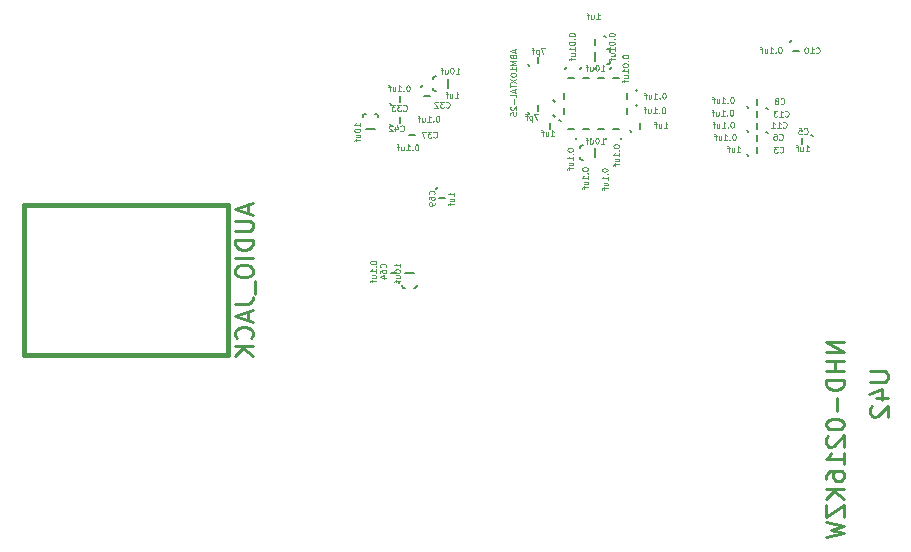
<source format=gbo>
G04 (created by PCBNEW-RS274X (2010-03-14)-final) date Thu 13 Oct 2011 09:10:50 PM EDT*
G01*
G70*
G90*
%MOIN*%
G04 Gerber Fmt 3.4, Leading zero omitted, Abs format*
%FSLAX34Y34*%
G04 APERTURE LIST*
%ADD10C,0.001000*%
%ADD11C,0.005000*%
%ADD12C,0.015000*%
%ADD13C,0.003300*%
%ADD14C,0.010000*%
G04 APERTURE END LIST*
G54D10*
G54D11*
X00650Y-15850D02*
X00700Y-15800D01*
X00400Y-15500D02*
X00600Y-15500D01*
X01950Y-12650D02*
X01900Y-12700D01*
X02200Y-13000D02*
X02000Y-13000D01*
X06750Y-08650D02*
X06700Y-08700D01*
X07000Y-09000D02*
X06800Y-09000D01*
X05800Y-09750D02*
X05850Y-09800D01*
X06150Y-09500D02*
X06150Y-09700D01*
X07550Y-07650D02*
X07500Y-07600D01*
X07200Y-07900D02*
X07200Y-07700D01*
X01450Y-09250D02*
X01400Y-09300D01*
X01700Y-09600D02*
X01500Y-09600D01*
X01250Y-11250D02*
X01300Y-11200D01*
X01000Y-10900D02*
X01200Y-10900D01*
X00350Y-09850D02*
X00400Y-09900D01*
X00700Y-09600D02*
X00700Y-09800D01*
X12250Y-09950D02*
X12300Y-10000D01*
X12600Y-09700D02*
X12600Y-09900D01*
X12950Y-10850D02*
X12900Y-10800D01*
X12600Y-11100D02*
X12600Y-10900D01*
X14450Y-10950D02*
X14400Y-10900D01*
X14100Y-11200D02*
X14100Y-11000D01*
X12250Y-11550D02*
X12300Y-11600D01*
X12600Y-11300D02*
X12600Y-11500D01*
X13750Y-07750D02*
X13700Y-07800D01*
X14000Y-08100D02*
X13800Y-08100D01*
X12250Y-10750D02*
X12300Y-10800D01*
X12600Y-10500D02*
X12600Y-10700D01*
X04950Y-10150D02*
X05000Y-10200D01*
X05300Y-09900D02*
X05300Y-10100D01*
X04950Y-08550D02*
X05000Y-08600D01*
X05300Y-08300D02*
X05300Y-08500D01*
X00350Y-10550D02*
X00400Y-10600D01*
X00700Y-10300D02*
X00700Y-10500D01*
X07250Y-08650D02*
X07200Y-08700D01*
X07500Y-09000D02*
X07300Y-09000D01*
X07750Y-08650D02*
X07700Y-08700D01*
X08000Y-09000D02*
X07800Y-09000D01*
X06250Y-08650D02*
X06200Y-08700D01*
X06500Y-09000D02*
X06300Y-09000D01*
X08050Y-11050D02*
X08100Y-11000D01*
X07800Y-10700D02*
X08000Y-10700D01*
X08350Y-10750D02*
X08400Y-10800D01*
X08700Y-10500D02*
X08700Y-10700D01*
X06050Y-10450D02*
X06000Y-10400D01*
X05700Y-10700D02*
X05700Y-10500D01*
X07550Y-11050D02*
X07600Y-11000D01*
X07300Y-10700D02*
X07500Y-10700D01*
X07050Y-11050D02*
X07100Y-11000D01*
X06800Y-10700D02*
X07000Y-10700D01*
X06550Y-11050D02*
X06600Y-11000D01*
X06300Y-10700D02*
X06500Y-10700D01*
X08600Y-09950D02*
X08550Y-09900D01*
X08250Y-10200D02*
X08250Y-10000D01*
X05800Y-10250D02*
X05850Y-10300D01*
X06150Y-10000D02*
X06150Y-10200D01*
X12950Y-10050D02*
X12900Y-10000D01*
X12600Y-10300D02*
X12600Y-10100D01*
X08600Y-09450D02*
X08550Y-09400D01*
X08250Y-09700D02*
X08250Y-09500D01*
X00850Y-16000D02*
X00800Y-16000D01*
X00800Y-16000D02*
X00750Y-15950D01*
X00750Y-15950D02*
X00750Y-15900D01*
X01250Y-15900D02*
X01250Y-15950D01*
X01250Y-15950D02*
X01200Y-16000D01*
X01200Y-16000D02*
X01150Y-16000D01*
X01150Y-15500D02*
X00850Y-15500D01*
X07700Y-08450D02*
X07700Y-08500D01*
X07700Y-08500D02*
X07650Y-08550D01*
X07650Y-08550D02*
X07600Y-08550D01*
X07600Y-08050D02*
X07650Y-08050D01*
X07650Y-08050D02*
X07700Y-08100D01*
X07700Y-08100D02*
X07700Y-08150D01*
X07200Y-08150D02*
X07200Y-08450D01*
X01800Y-09050D02*
X01800Y-09000D01*
X01800Y-09000D02*
X01850Y-08950D01*
X01850Y-08950D02*
X01900Y-08950D01*
X01900Y-09450D02*
X01850Y-09450D01*
X01850Y-09450D02*
X01800Y-09400D01*
X01800Y-09400D02*
X01800Y-09350D01*
X02300Y-09350D02*
X02300Y-09050D01*
X-00150Y-10200D02*
X-00100Y-10200D01*
X-00100Y-10200D02*
X-00050Y-10250D01*
X-00050Y-10250D02*
X-00050Y-10300D01*
X-00550Y-10300D02*
X-00550Y-10250D01*
X-00550Y-10250D02*
X-00500Y-10200D01*
X-00500Y-10200D02*
X-00450Y-10200D01*
X-00450Y-10700D02*
X-00150Y-10700D01*
X06700Y-11350D02*
X06700Y-11300D01*
X06700Y-11300D02*
X06750Y-11250D01*
X06750Y-11250D02*
X06800Y-11250D01*
X06800Y-11750D02*
X06750Y-11750D01*
X06750Y-11750D02*
X06700Y-11700D01*
X06700Y-11700D02*
X06700Y-11650D01*
X07200Y-11650D02*
X07200Y-11350D01*
G54D12*
X-11849Y-15859D02*
X-11849Y-18259D01*
X-11849Y-18259D02*
X-05049Y-18259D01*
X-05049Y-18259D02*
X-05049Y-13259D01*
X-05049Y-13259D02*
X-11849Y-13259D01*
X-11849Y-13259D02*
X-11849Y-15859D01*
G54D13*
X00205Y-15325D02*
X00214Y-15315D01*
X00224Y-15287D01*
X00224Y-15268D01*
X00214Y-15239D01*
X00195Y-15220D01*
X00176Y-15211D01*
X00138Y-15201D01*
X00110Y-15201D01*
X00072Y-15211D01*
X00053Y-15220D01*
X00033Y-15239D01*
X00024Y-15268D01*
X00024Y-15287D01*
X00033Y-15315D01*
X00043Y-15325D01*
X00024Y-15496D02*
X00024Y-15458D01*
X00033Y-15439D01*
X00043Y-15430D01*
X00072Y-15411D01*
X00110Y-15401D01*
X00186Y-15401D01*
X00205Y-15411D01*
X00214Y-15420D01*
X00224Y-15439D01*
X00224Y-15477D01*
X00214Y-15496D01*
X00205Y-15506D01*
X00186Y-15515D01*
X00138Y-15515D01*
X00119Y-15506D01*
X00110Y-15496D01*
X00100Y-15477D01*
X00100Y-15439D01*
X00110Y-15420D01*
X00119Y-15411D01*
X00138Y-15401D01*
X00091Y-15686D02*
X00224Y-15686D01*
X00014Y-15639D02*
X00157Y-15591D01*
X00157Y-15715D01*
X-00308Y-15149D02*
X-00308Y-15168D01*
X-00299Y-15187D01*
X-00289Y-15196D01*
X-00270Y-15206D01*
X-00232Y-15215D01*
X-00184Y-15215D01*
X-00146Y-15206D01*
X-00127Y-15196D01*
X-00118Y-15187D01*
X-00108Y-15168D01*
X-00108Y-15149D01*
X-00118Y-15130D01*
X-00127Y-15120D01*
X-00146Y-15111D01*
X-00184Y-15101D01*
X-00232Y-15101D01*
X-00270Y-15111D01*
X-00289Y-15120D01*
X-00299Y-15130D01*
X-00308Y-15149D01*
X-00127Y-15301D02*
X-00118Y-15310D01*
X-00108Y-15301D01*
X-00118Y-15291D01*
X-00127Y-15301D01*
X-00108Y-15301D01*
X-00108Y-15500D02*
X-00108Y-15386D01*
X-00108Y-15443D02*
X-00308Y-15443D01*
X-00279Y-15424D01*
X-00260Y-15405D01*
X-00251Y-15386D01*
X-00241Y-15671D02*
X-00108Y-15671D01*
X-00241Y-15586D02*
X-00137Y-15586D01*
X-00118Y-15595D01*
X-00108Y-15614D01*
X-00108Y-15643D01*
X-00118Y-15662D01*
X-00127Y-15671D01*
X-00241Y-15738D02*
X-00241Y-15814D01*
X-00108Y-15767D02*
X-00279Y-15767D01*
X-00299Y-15776D01*
X-00308Y-15795D01*
X-00308Y-15814D01*
X01826Y-12885D02*
X01835Y-12875D01*
X01845Y-12847D01*
X01845Y-12828D01*
X01835Y-12799D01*
X01816Y-12780D01*
X01797Y-12771D01*
X01759Y-12761D01*
X01731Y-12761D01*
X01693Y-12771D01*
X01674Y-12780D01*
X01654Y-12799D01*
X01645Y-12828D01*
X01645Y-12847D01*
X01654Y-12875D01*
X01664Y-12885D01*
X01645Y-13056D02*
X01645Y-13018D01*
X01654Y-12999D01*
X01664Y-12990D01*
X01693Y-12971D01*
X01731Y-12961D01*
X01807Y-12961D01*
X01826Y-12971D01*
X01835Y-12980D01*
X01845Y-12999D01*
X01845Y-13037D01*
X01835Y-13056D01*
X01826Y-13066D01*
X01807Y-13075D01*
X01759Y-13075D01*
X01740Y-13066D01*
X01731Y-13056D01*
X01721Y-13037D01*
X01721Y-12999D01*
X01731Y-12980D01*
X01740Y-12971D01*
X01759Y-12961D01*
X01845Y-13170D02*
X01845Y-13208D01*
X01835Y-13227D01*
X01826Y-13237D01*
X01797Y-13256D01*
X01759Y-13265D01*
X01683Y-13265D01*
X01664Y-13256D01*
X01654Y-13246D01*
X01645Y-13227D01*
X01645Y-13189D01*
X01654Y-13170D01*
X01664Y-13161D01*
X01683Y-13151D01*
X01731Y-13151D01*
X01750Y-13161D01*
X01759Y-13170D01*
X01769Y-13189D01*
X01769Y-13227D01*
X01759Y-13246D01*
X01750Y-13256D01*
X01731Y-13265D01*
X02492Y-12942D02*
X02492Y-12828D01*
X02492Y-12885D02*
X02292Y-12885D01*
X02321Y-12866D01*
X02340Y-12847D01*
X02349Y-12828D01*
X02359Y-13113D02*
X02492Y-13113D01*
X02359Y-13028D02*
X02463Y-13028D01*
X02482Y-13037D01*
X02492Y-13056D01*
X02492Y-13085D01*
X02482Y-13104D01*
X02473Y-13113D01*
X02359Y-13180D02*
X02359Y-13256D01*
X02492Y-13209D02*
X02321Y-13209D01*
X02301Y-13218D01*
X02292Y-13237D01*
X02292Y-13256D01*
X07223Y-07052D02*
X07337Y-07052D01*
X07280Y-07052D02*
X07280Y-06852D01*
X07299Y-06881D01*
X07318Y-06900D01*
X07337Y-06909D01*
X07052Y-06919D02*
X07052Y-07052D01*
X07137Y-06919D02*
X07137Y-07023D01*
X07128Y-07042D01*
X07109Y-07052D01*
X07080Y-07052D01*
X07061Y-07042D01*
X07052Y-07033D01*
X06985Y-06919D02*
X06909Y-06919D01*
X06956Y-07052D02*
X06956Y-06881D01*
X06947Y-06861D01*
X06928Y-06852D01*
X06909Y-06852D01*
X02214Y-09983D02*
X02224Y-09992D01*
X02252Y-10002D01*
X02271Y-10002D01*
X02300Y-09992D01*
X02319Y-09973D01*
X02328Y-09954D01*
X02338Y-09916D01*
X02338Y-09888D01*
X02328Y-09850D01*
X02319Y-09831D01*
X02300Y-09811D01*
X02271Y-09802D01*
X02252Y-09802D01*
X02224Y-09811D01*
X02214Y-09821D01*
X02147Y-09802D02*
X02024Y-09802D01*
X02090Y-09878D01*
X02062Y-09878D01*
X02043Y-09888D01*
X02033Y-09897D01*
X02024Y-09916D01*
X02024Y-09964D01*
X02033Y-09983D01*
X02043Y-09992D01*
X02062Y-10002D01*
X02119Y-10002D01*
X02138Y-09992D01*
X02147Y-09983D01*
X01948Y-09821D02*
X01938Y-09811D01*
X01919Y-09802D01*
X01872Y-09802D01*
X01853Y-09811D01*
X01843Y-09821D01*
X01834Y-09840D01*
X01834Y-09859D01*
X01843Y-09888D01*
X01957Y-10002D01*
X01834Y-10002D01*
X02517Y-09681D02*
X02631Y-09681D01*
X02574Y-09681D02*
X02574Y-09481D01*
X02593Y-09510D01*
X02612Y-09529D01*
X02631Y-09538D01*
X02346Y-09548D02*
X02346Y-09681D01*
X02431Y-09548D02*
X02431Y-09652D01*
X02422Y-09671D01*
X02403Y-09681D01*
X02374Y-09681D01*
X02355Y-09671D01*
X02346Y-09662D01*
X02279Y-09548D02*
X02203Y-09548D01*
X02250Y-09681D02*
X02250Y-09510D01*
X02241Y-09490D01*
X02222Y-09481D01*
X02203Y-09481D01*
X01801Y-10975D02*
X01811Y-10984D01*
X01839Y-10994D01*
X01858Y-10994D01*
X01887Y-10984D01*
X01906Y-10965D01*
X01915Y-10946D01*
X01925Y-10908D01*
X01925Y-10880D01*
X01915Y-10842D01*
X01906Y-10823D01*
X01887Y-10803D01*
X01858Y-10794D01*
X01839Y-10794D01*
X01811Y-10803D01*
X01801Y-10813D01*
X01734Y-10794D02*
X01611Y-10794D01*
X01677Y-10870D01*
X01649Y-10870D01*
X01630Y-10880D01*
X01620Y-10889D01*
X01611Y-10908D01*
X01611Y-10956D01*
X01620Y-10975D01*
X01630Y-10984D01*
X01649Y-10994D01*
X01706Y-10994D01*
X01725Y-10984D01*
X01734Y-10975D01*
X01544Y-10794D02*
X01411Y-10794D01*
X01497Y-10994D01*
X01251Y-11226D02*
X01232Y-11226D01*
X01213Y-11235D01*
X01204Y-11245D01*
X01194Y-11264D01*
X01185Y-11302D01*
X01185Y-11350D01*
X01194Y-11388D01*
X01204Y-11407D01*
X01213Y-11416D01*
X01232Y-11426D01*
X01251Y-11426D01*
X01270Y-11416D01*
X01280Y-11407D01*
X01289Y-11388D01*
X01299Y-11350D01*
X01299Y-11302D01*
X01289Y-11264D01*
X01280Y-11245D01*
X01270Y-11235D01*
X01251Y-11226D01*
X01099Y-11407D02*
X01090Y-11416D01*
X01099Y-11426D01*
X01109Y-11416D01*
X01099Y-11407D01*
X01099Y-11426D01*
X00900Y-11426D02*
X01014Y-11426D01*
X00957Y-11426D02*
X00957Y-11226D01*
X00976Y-11255D01*
X00995Y-11274D01*
X01014Y-11283D01*
X00729Y-11293D02*
X00729Y-11426D01*
X00814Y-11293D02*
X00814Y-11397D01*
X00805Y-11416D01*
X00786Y-11426D01*
X00757Y-11426D01*
X00738Y-11416D01*
X00729Y-11407D01*
X00662Y-11293D02*
X00586Y-11293D01*
X00633Y-11426D02*
X00633Y-11255D01*
X00624Y-11235D01*
X00605Y-11226D01*
X00586Y-11226D01*
X00790Y-10084D02*
X00800Y-10093D01*
X00828Y-10103D01*
X00847Y-10103D01*
X00876Y-10093D01*
X00895Y-10074D01*
X00904Y-10055D01*
X00914Y-10017D01*
X00914Y-09989D01*
X00904Y-09951D01*
X00895Y-09932D01*
X00876Y-09912D01*
X00847Y-09903D01*
X00828Y-09903D01*
X00800Y-09912D01*
X00790Y-09922D01*
X00723Y-09903D02*
X00600Y-09903D01*
X00666Y-09979D01*
X00638Y-09979D01*
X00619Y-09989D01*
X00609Y-09998D01*
X00600Y-10017D01*
X00600Y-10065D01*
X00609Y-10084D01*
X00619Y-10093D01*
X00638Y-10103D01*
X00695Y-10103D01*
X00714Y-10093D01*
X00723Y-10084D01*
X00533Y-09903D02*
X00410Y-09903D01*
X00476Y-09979D01*
X00448Y-09979D01*
X00429Y-09989D01*
X00419Y-09998D01*
X00410Y-10017D01*
X00410Y-10065D01*
X00419Y-10084D01*
X00429Y-10093D01*
X00448Y-10103D01*
X00505Y-10103D01*
X00524Y-10093D01*
X00533Y-10084D01*
X00961Y-09254D02*
X00942Y-09254D01*
X00923Y-09263D01*
X00914Y-09273D01*
X00904Y-09292D01*
X00895Y-09330D01*
X00895Y-09378D01*
X00904Y-09416D01*
X00914Y-09435D01*
X00923Y-09444D01*
X00942Y-09454D01*
X00961Y-09454D01*
X00980Y-09444D01*
X00990Y-09435D01*
X00999Y-09416D01*
X01009Y-09378D01*
X01009Y-09330D01*
X00999Y-09292D01*
X00990Y-09273D01*
X00980Y-09263D01*
X00961Y-09254D01*
X00809Y-09435D02*
X00800Y-09444D01*
X00809Y-09454D01*
X00819Y-09444D01*
X00809Y-09435D01*
X00809Y-09454D01*
X00610Y-09454D02*
X00724Y-09454D01*
X00667Y-09454D02*
X00667Y-09254D01*
X00686Y-09283D01*
X00705Y-09302D01*
X00724Y-09311D01*
X00439Y-09321D02*
X00439Y-09454D01*
X00524Y-09321D02*
X00524Y-09425D01*
X00515Y-09444D01*
X00496Y-09454D01*
X00467Y-09454D01*
X00448Y-09444D01*
X00439Y-09435D01*
X00372Y-09321D02*
X00296Y-09321D01*
X00343Y-09454D02*
X00343Y-09283D01*
X00334Y-09263D01*
X00315Y-09254D01*
X00296Y-09254D01*
X13374Y-09860D02*
X13384Y-09869D01*
X13412Y-09879D01*
X13431Y-09879D01*
X13460Y-09869D01*
X13479Y-09850D01*
X13488Y-09831D01*
X13498Y-09793D01*
X13498Y-09765D01*
X13488Y-09727D01*
X13479Y-09708D01*
X13460Y-09688D01*
X13431Y-09679D01*
X13412Y-09679D01*
X13384Y-09688D01*
X13374Y-09698D01*
X13260Y-09765D02*
X13279Y-09755D01*
X13288Y-09746D01*
X13298Y-09727D01*
X13298Y-09717D01*
X13288Y-09698D01*
X13279Y-09688D01*
X13260Y-09679D01*
X13222Y-09679D01*
X13203Y-09688D01*
X13193Y-09698D01*
X13184Y-09717D01*
X13184Y-09727D01*
X13193Y-09746D01*
X13203Y-09755D01*
X13222Y-09765D01*
X13260Y-09765D01*
X13279Y-09774D01*
X13288Y-09784D01*
X13298Y-09803D01*
X13298Y-09841D01*
X13288Y-09860D01*
X13279Y-09869D01*
X13260Y-09879D01*
X13222Y-09879D01*
X13203Y-09869D01*
X13193Y-09860D01*
X13184Y-09841D01*
X13184Y-09803D01*
X13193Y-09784D01*
X13203Y-09774D01*
X13222Y-09765D01*
X11760Y-09646D02*
X11741Y-09646D01*
X11722Y-09655D01*
X11713Y-09665D01*
X11703Y-09684D01*
X11694Y-09722D01*
X11694Y-09770D01*
X11703Y-09808D01*
X11713Y-09827D01*
X11722Y-09836D01*
X11741Y-09846D01*
X11760Y-09846D01*
X11779Y-09836D01*
X11789Y-09827D01*
X11798Y-09808D01*
X11808Y-09770D01*
X11808Y-09722D01*
X11798Y-09684D01*
X11789Y-09665D01*
X11779Y-09655D01*
X11760Y-09646D01*
X11608Y-09827D02*
X11599Y-09836D01*
X11608Y-09846D01*
X11618Y-09836D01*
X11608Y-09827D01*
X11608Y-09846D01*
X11409Y-09846D02*
X11523Y-09846D01*
X11466Y-09846D02*
X11466Y-09646D01*
X11485Y-09675D01*
X11504Y-09694D01*
X11523Y-09703D01*
X11238Y-09713D02*
X11238Y-09846D01*
X11323Y-09713D02*
X11323Y-09817D01*
X11314Y-09836D01*
X11295Y-09846D01*
X11266Y-09846D01*
X11247Y-09836D01*
X11238Y-09827D01*
X11171Y-09713D02*
X11095Y-09713D01*
X11142Y-09846D02*
X11142Y-09675D01*
X11133Y-09655D01*
X11114Y-09646D01*
X11095Y-09646D01*
X13324Y-11052D02*
X13334Y-11061D01*
X13362Y-11071D01*
X13381Y-11071D01*
X13410Y-11061D01*
X13429Y-11042D01*
X13438Y-11023D01*
X13448Y-10985D01*
X13448Y-10957D01*
X13438Y-10919D01*
X13429Y-10900D01*
X13410Y-10880D01*
X13381Y-10871D01*
X13362Y-10871D01*
X13334Y-10880D01*
X13324Y-10890D01*
X13153Y-10871D02*
X13191Y-10871D01*
X13210Y-10880D01*
X13219Y-10890D01*
X13238Y-10919D01*
X13248Y-10957D01*
X13248Y-11033D01*
X13238Y-11052D01*
X13229Y-11061D01*
X13210Y-11071D01*
X13172Y-11071D01*
X13153Y-11061D01*
X13143Y-11052D01*
X13134Y-11033D01*
X13134Y-10985D01*
X13143Y-10966D01*
X13153Y-10957D01*
X13172Y-10947D01*
X13210Y-10947D01*
X13229Y-10957D01*
X13238Y-10966D01*
X13248Y-10985D01*
X11828Y-10879D02*
X11809Y-10879D01*
X11790Y-10888D01*
X11781Y-10898D01*
X11771Y-10917D01*
X11762Y-10955D01*
X11762Y-11003D01*
X11771Y-11041D01*
X11781Y-11060D01*
X11790Y-11069D01*
X11809Y-11079D01*
X11828Y-11079D01*
X11847Y-11069D01*
X11857Y-11060D01*
X11866Y-11041D01*
X11876Y-11003D01*
X11876Y-10955D01*
X11866Y-10917D01*
X11857Y-10898D01*
X11847Y-10888D01*
X11828Y-10879D01*
X11676Y-11060D02*
X11667Y-11069D01*
X11676Y-11079D01*
X11686Y-11069D01*
X11676Y-11060D01*
X11676Y-11079D01*
X11477Y-11079D02*
X11591Y-11079D01*
X11534Y-11079D02*
X11534Y-10879D01*
X11553Y-10908D01*
X11572Y-10927D01*
X11591Y-10936D01*
X11306Y-10946D02*
X11306Y-11079D01*
X11391Y-10946D02*
X11391Y-11050D01*
X11382Y-11069D01*
X11363Y-11079D01*
X11334Y-11079D01*
X11315Y-11069D01*
X11306Y-11060D01*
X11239Y-10946D02*
X11163Y-10946D01*
X11210Y-11079D02*
X11210Y-10908D01*
X11201Y-10888D01*
X11182Y-10879D01*
X11163Y-10879D01*
X14151Y-10861D02*
X14161Y-10870D01*
X14189Y-10880D01*
X14208Y-10880D01*
X14237Y-10870D01*
X14256Y-10851D01*
X14265Y-10832D01*
X14275Y-10794D01*
X14275Y-10766D01*
X14265Y-10728D01*
X14256Y-10709D01*
X14237Y-10689D01*
X14208Y-10680D01*
X14189Y-10680D01*
X14161Y-10689D01*
X14151Y-10699D01*
X13970Y-10680D02*
X14065Y-10680D01*
X14075Y-10775D01*
X14065Y-10766D01*
X14046Y-10756D01*
X13999Y-10756D01*
X13980Y-10766D01*
X13970Y-10775D01*
X13961Y-10794D01*
X13961Y-10842D01*
X13970Y-10861D01*
X13980Y-10870D01*
X13999Y-10880D01*
X14046Y-10880D01*
X14065Y-10870D01*
X14075Y-10861D01*
X14204Y-11450D02*
X14318Y-11450D01*
X14261Y-11450D02*
X14261Y-11250D01*
X14280Y-11279D01*
X14299Y-11298D01*
X14318Y-11307D01*
X14033Y-11317D02*
X14033Y-11450D01*
X14118Y-11317D02*
X14118Y-11421D01*
X14109Y-11440D01*
X14090Y-11450D01*
X14061Y-11450D01*
X14042Y-11440D01*
X14033Y-11431D01*
X13966Y-11317D02*
X13890Y-11317D01*
X13937Y-11450D02*
X13937Y-11279D01*
X13928Y-11259D01*
X13909Y-11250D01*
X13890Y-11250D01*
X13337Y-11476D02*
X13347Y-11485D01*
X13375Y-11495D01*
X13394Y-11495D01*
X13423Y-11485D01*
X13442Y-11466D01*
X13451Y-11447D01*
X13461Y-11409D01*
X13461Y-11381D01*
X13451Y-11343D01*
X13442Y-11324D01*
X13423Y-11304D01*
X13394Y-11295D01*
X13375Y-11295D01*
X13347Y-11304D01*
X13337Y-11314D01*
X13270Y-11295D02*
X13147Y-11295D01*
X13213Y-11371D01*
X13185Y-11371D01*
X13166Y-11381D01*
X13156Y-11390D01*
X13147Y-11409D01*
X13147Y-11457D01*
X13156Y-11476D01*
X13166Y-11485D01*
X13185Y-11495D01*
X13242Y-11495D01*
X13261Y-11485D01*
X13270Y-11476D01*
X11910Y-11479D02*
X12024Y-11479D01*
X11967Y-11479D02*
X11967Y-11279D01*
X11986Y-11308D01*
X12005Y-11327D01*
X12024Y-11336D01*
X11739Y-11346D02*
X11739Y-11479D01*
X11824Y-11346D02*
X11824Y-11450D01*
X11815Y-11469D01*
X11796Y-11479D01*
X11767Y-11479D01*
X11748Y-11469D01*
X11739Y-11460D01*
X11672Y-11346D02*
X11596Y-11346D01*
X11643Y-11479D02*
X11643Y-11308D01*
X11634Y-11288D01*
X11615Y-11279D01*
X11596Y-11279D01*
X14546Y-08168D02*
X14556Y-08177D01*
X14584Y-08187D01*
X14603Y-08187D01*
X14632Y-08177D01*
X14651Y-08158D01*
X14660Y-08139D01*
X14670Y-08101D01*
X14670Y-08073D01*
X14660Y-08035D01*
X14651Y-08016D01*
X14632Y-07996D01*
X14603Y-07987D01*
X14584Y-07987D01*
X14556Y-07996D01*
X14546Y-08006D01*
X14356Y-08187D02*
X14470Y-08187D01*
X14413Y-08187D02*
X14413Y-07987D01*
X14432Y-08016D01*
X14451Y-08035D01*
X14470Y-08044D01*
X14232Y-07987D02*
X14213Y-07987D01*
X14194Y-07996D01*
X14185Y-08006D01*
X14175Y-08025D01*
X14166Y-08063D01*
X14166Y-08111D01*
X14175Y-08149D01*
X14185Y-08168D01*
X14194Y-08177D01*
X14213Y-08187D01*
X14232Y-08187D01*
X14251Y-08177D01*
X14261Y-08168D01*
X14270Y-08149D01*
X14280Y-08111D01*
X14280Y-08063D01*
X14270Y-08025D01*
X14261Y-08006D01*
X14251Y-07996D01*
X14232Y-07987D01*
X13358Y-07971D02*
X13339Y-07971D01*
X13320Y-07980D01*
X13311Y-07990D01*
X13301Y-08009D01*
X13292Y-08047D01*
X13292Y-08095D01*
X13301Y-08133D01*
X13311Y-08152D01*
X13320Y-08161D01*
X13339Y-08171D01*
X13358Y-08171D01*
X13377Y-08161D01*
X13387Y-08152D01*
X13396Y-08133D01*
X13406Y-08095D01*
X13406Y-08047D01*
X13396Y-08009D01*
X13387Y-07990D01*
X13377Y-07980D01*
X13358Y-07971D01*
X13206Y-08152D02*
X13197Y-08161D01*
X13206Y-08171D01*
X13216Y-08161D01*
X13206Y-08152D01*
X13206Y-08171D01*
X13007Y-08171D02*
X13121Y-08171D01*
X13064Y-08171D02*
X13064Y-07971D01*
X13083Y-08000D01*
X13102Y-08019D01*
X13121Y-08028D01*
X12836Y-08038D02*
X12836Y-08171D01*
X12921Y-08038D02*
X12921Y-08142D01*
X12912Y-08161D01*
X12893Y-08171D01*
X12864Y-08171D01*
X12845Y-08161D01*
X12836Y-08152D01*
X12769Y-08038D02*
X12693Y-08038D01*
X12740Y-08171D02*
X12740Y-08000D01*
X12731Y-07980D01*
X12712Y-07971D01*
X12693Y-07971D01*
X13449Y-10652D02*
X13459Y-10661D01*
X13487Y-10671D01*
X13506Y-10671D01*
X13535Y-10661D01*
X13554Y-10642D01*
X13563Y-10623D01*
X13573Y-10585D01*
X13573Y-10557D01*
X13563Y-10519D01*
X13554Y-10500D01*
X13535Y-10480D01*
X13506Y-10471D01*
X13487Y-10471D01*
X13459Y-10480D01*
X13449Y-10490D01*
X13259Y-10671D02*
X13373Y-10671D01*
X13316Y-10671D02*
X13316Y-10471D01*
X13335Y-10500D01*
X13354Y-10519D01*
X13373Y-10528D01*
X13069Y-10671D02*
X13183Y-10671D01*
X13126Y-10671D02*
X13126Y-10471D01*
X13145Y-10500D01*
X13164Y-10519D01*
X13183Y-10528D01*
X11768Y-10467D02*
X11749Y-10467D01*
X11730Y-10476D01*
X11721Y-10486D01*
X11711Y-10505D01*
X11702Y-10543D01*
X11702Y-10591D01*
X11711Y-10629D01*
X11721Y-10648D01*
X11730Y-10657D01*
X11749Y-10667D01*
X11768Y-10667D01*
X11787Y-10657D01*
X11797Y-10648D01*
X11806Y-10629D01*
X11816Y-10591D01*
X11816Y-10543D01*
X11806Y-10505D01*
X11797Y-10486D01*
X11787Y-10476D01*
X11768Y-10467D01*
X11616Y-10648D02*
X11607Y-10657D01*
X11616Y-10667D01*
X11626Y-10657D01*
X11616Y-10648D01*
X11616Y-10667D01*
X11417Y-10667D02*
X11531Y-10667D01*
X11474Y-10667D02*
X11474Y-10467D01*
X11493Y-10496D01*
X11512Y-10515D01*
X11531Y-10524D01*
X11246Y-10534D02*
X11246Y-10667D01*
X11331Y-10534D02*
X11331Y-10638D01*
X11322Y-10657D01*
X11303Y-10667D01*
X11274Y-10667D01*
X11255Y-10657D01*
X11246Y-10648D01*
X11179Y-10534D02*
X11103Y-10534D01*
X11150Y-10667D02*
X11150Y-10496D01*
X11141Y-10476D01*
X11122Y-10467D01*
X11103Y-10467D01*
X05298Y-10197D02*
X05165Y-10197D01*
X05251Y-10397D01*
X05089Y-10264D02*
X05089Y-10464D01*
X05089Y-10273D02*
X05070Y-10264D01*
X05032Y-10264D01*
X05013Y-10273D01*
X05004Y-10283D01*
X04994Y-10302D01*
X04994Y-10359D01*
X05004Y-10378D01*
X05013Y-10387D01*
X05032Y-10397D01*
X05070Y-10397D01*
X05089Y-10387D01*
X04937Y-10264D02*
X04861Y-10264D01*
X04908Y-10397D02*
X04908Y-10226D01*
X04899Y-10206D01*
X04880Y-10197D01*
X04861Y-10197D01*
X05515Y-07996D02*
X05382Y-07996D01*
X05468Y-08196D01*
X05306Y-08063D02*
X05306Y-08263D01*
X05306Y-08072D02*
X05287Y-08063D01*
X05249Y-08063D01*
X05230Y-08072D01*
X05221Y-08082D01*
X05211Y-08101D01*
X05211Y-08158D01*
X05221Y-08177D01*
X05230Y-08186D01*
X05249Y-08196D01*
X05287Y-08196D01*
X05306Y-08186D01*
X05154Y-08063D02*
X05078Y-08063D01*
X05125Y-08196D02*
X05125Y-08025D01*
X05116Y-08005D01*
X05097Y-07996D01*
X05078Y-07996D01*
X00702Y-10768D02*
X00712Y-10777D01*
X00740Y-10787D01*
X00759Y-10787D01*
X00788Y-10777D01*
X00807Y-10758D01*
X00816Y-10739D01*
X00826Y-10701D01*
X00826Y-10673D01*
X00816Y-10635D01*
X00807Y-10616D01*
X00788Y-10596D01*
X00759Y-10587D01*
X00740Y-10587D01*
X00712Y-10596D01*
X00702Y-10606D01*
X00531Y-10654D02*
X00531Y-10787D01*
X00578Y-10577D02*
X00626Y-10720D01*
X00502Y-10720D01*
X00436Y-10606D02*
X00426Y-10596D01*
X00407Y-10587D01*
X00360Y-10587D01*
X00341Y-10596D01*
X00331Y-10606D01*
X00322Y-10625D01*
X00322Y-10644D01*
X00331Y-10673D01*
X00445Y-10787D01*
X00322Y-10787D01*
X01951Y-10266D02*
X01932Y-10266D01*
X01913Y-10275D01*
X01904Y-10285D01*
X01894Y-10304D01*
X01885Y-10342D01*
X01885Y-10390D01*
X01894Y-10428D01*
X01904Y-10447D01*
X01913Y-10456D01*
X01932Y-10466D01*
X01951Y-10466D01*
X01970Y-10456D01*
X01980Y-10447D01*
X01989Y-10428D01*
X01999Y-10390D01*
X01999Y-10342D01*
X01989Y-10304D01*
X01980Y-10285D01*
X01970Y-10275D01*
X01951Y-10266D01*
X01799Y-10447D02*
X01790Y-10456D01*
X01799Y-10466D01*
X01809Y-10456D01*
X01799Y-10447D01*
X01799Y-10466D01*
X01600Y-10466D02*
X01714Y-10466D01*
X01657Y-10466D02*
X01657Y-10266D01*
X01676Y-10295D01*
X01695Y-10314D01*
X01714Y-10323D01*
X01429Y-10333D02*
X01429Y-10466D01*
X01514Y-10333D02*
X01514Y-10437D01*
X01505Y-10456D01*
X01486Y-10466D01*
X01457Y-10466D01*
X01438Y-10456D01*
X01429Y-10447D01*
X01362Y-10333D02*
X01286Y-10333D01*
X01333Y-10466D02*
X01333Y-10295D01*
X01324Y-10275D01*
X01305Y-10266D01*
X01286Y-10266D01*
X07638Y-07556D02*
X07638Y-07575D01*
X07647Y-07594D01*
X07657Y-07603D01*
X07676Y-07613D01*
X07714Y-07622D01*
X07762Y-07622D01*
X07800Y-07613D01*
X07819Y-07603D01*
X07828Y-07594D01*
X07838Y-07575D01*
X07838Y-07556D01*
X07828Y-07537D01*
X07819Y-07527D01*
X07800Y-07518D01*
X07762Y-07508D01*
X07714Y-07508D01*
X07676Y-07518D01*
X07657Y-07527D01*
X07647Y-07537D01*
X07638Y-07556D01*
X07819Y-07708D02*
X07828Y-07717D01*
X07838Y-07708D01*
X07828Y-07698D01*
X07819Y-07708D01*
X07838Y-07708D01*
X07638Y-07841D02*
X07638Y-07860D01*
X07647Y-07879D01*
X07657Y-07888D01*
X07676Y-07898D01*
X07714Y-07907D01*
X07762Y-07907D01*
X07800Y-07898D01*
X07819Y-07888D01*
X07828Y-07879D01*
X07838Y-07860D01*
X07838Y-07841D01*
X07828Y-07822D01*
X07819Y-07812D01*
X07800Y-07803D01*
X07762Y-07793D01*
X07714Y-07793D01*
X07676Y-07803D01*
X07657Y-07812D01*
X07647Y-07822D01*
X07638Y-07841D01*
X07838Y-08097D02*
X07838Y-07983D01*
X07838Y-08040D02*
X07638Y-08040D01*
X07667Y-08021D01*
X07686Y-08002D01*
X07695Y-07983D01*
X07705Y-08268D02*
X07838Y-08268D01*
X07705Y-08183D02*
X07809Y-08183D01*
X07828Y-08192D01*
X07838Y-08211D01*
X07838Y-08240D01*
X07828Y-08259D01*
X07819Y-08268D01*
X07705Y-08335D02*
X07705Y-08411D01*
X07838Y-08364D02*
X07667Y-08364D01*
X07647Y-08373D01*
X07638Y-08392D01*
X07638Y-08411D01*
X08094Y-08286D02*
X08094Y-08305D01*
X08103Y-08324D01*
X08113Y-08333D01*
X08132Y-08343D01*
X08170Y-08352D01*
X08218Y-08352D01*
X08256Y-08343D01*
X08275Y-08333D01*
X08284Y-08324D01*
X08294Y-08305D01*
X08294Y-08286D01*
X08284Y-08267D01*
X08275Y-08257D01*
X08256Y-08248D01*
X08218Y-08238D01*
X08170Y-08238D01*
X08132Y-08248D01*
X08113Y-08257D01*
X08103Y-08267D01*
X08094Y-08286D01*
X08275Y-08438D02*
X08284Y-08447D01*
X08294Y-08438D01*
X08284Y-08428D01*
X08275Y-08438D01*
X08294Y-08438D01*
X08094Y-08571D02*
X08094Y-08590D01*
X08103Y-08609D01*
X08113Y-08618D01*
X08132Y-08628D01*
X08170Y-08637D01*
X08218Y-08637D01*
X08256Y-08628D01*
X08275Y-08618D01*
X08284Y-08609D01*
X08294Y-08590D01*
X08294Y-08571D01*
X08284Y-08552D01*
X08275Y-08542D01*
X08256Y-08533D01*
X08218Y-08523D01*
X08170Y-08523D01*
X08132Y-08533D01*
X08113Y-08542D01*
X08103Y-08552D01*
X08094Y-08571D01*
X08294Y-08827D02*
X08294Y-08713D01*
X08294Y-08770D02*
X08094Y-08770D01*
X08123Y-08751D01*
X08142Y-08732D01*
X08151Y-08713D01*
X08161Y-08998D02*
X08294Y-08998D01*
X08161Y-08913D02*
X08265Y-08913D01*
X08284Y-08922D01*
X08294Y-08941D01*
X08294Y-08970D01*
X08284Y-08989D01*
X08275Y-08998D01*
X08161Y-09065D02*
X08161Y-09141D01*
X08294Y-09094D02*
X08123Y-09094D01*
X08103Y-09103D01*
X08094Y-09122D01*
X08094Y-09141D01*
X06316Y-07556D02*
X06316Y-07575D01*
X06325Y-07594D01*
X06335Y-07603D01*
X06354Y-07613D01*
X06392Y-07622D01*
X06440Y-07622D01*
X06478Y-07613D01*
X06497Y-07603D01*
X06506Y-07594D01*
X06516Y-07575D01*
X06516Y-07556D01*
X06506Y-07537D01*
X06497Y-07527D01*
X06478Y-07518D01*
X06440Y-07508D01*
X06392Y-07508D01*
X06354Y-07518D01*
X06335Y-07527D01*
X06325Y-07537D01*
X06316Y-07556D01*
X06497Y-07708D02*
X06506Y-07717D01*
X06516Y-07708D01*
X06506Y-07698D01*
X06497Y-07708D01*
X06516Y-07708D01*
X06316Y-07841D02*
X06316Y-07860D01*
X06325Y-07879D01*
X06335Y-07888D01*
X06354Y-07898D01*
X06392Y-07907D01*
X06440Y-07907D01*
X06478Y-07898D01*
X06497Y-07888D01*
X06506Y-07879D01*
X06516Y-07860D01*
X06516Y-07841D01*
X06506Y-07822D01*
X06497Y-07812D01*
X06478Y-07803D01*
X06440Y-07793D01*
X06392Y-07793D01*
X06354Y-07803D01*
X06335Y-07812D01*
X06325Y-07822D01*
X06316Y-07841D01*
X06516Y-08097D02*
X06516Y-07983D01*
X06516Y-08040D02*
X06316Y-08040D01*
X06345Y-08021D01*
X06364Y-08002D01*
X06373Y-07983D01*
X06383Y-08268D02*
X06516Y-08268D01*
X06383Y-08183D02*
X06487Y-08183D01*
X06506Y-08192D01*
X06516Y-08211D01*
X06516Y-08240D01*
X06506Y-08259D01*
X06497Y-08268D01*
X06383Y-08335D02*
X06383Y-08411D01*
X06516Y-08364D02*
X06345Y-08364D01*
X06325Y-08373D01*
X06316Y-08392D01*
X06316Y-08411D01*
X07795Y-11270D02*
X07795Y-11289D01*
X07804Y-11308D01*
X07814Y-11317D01*
X07833Y-11327D01*
X07871Y-11336D01*
X07919Y-11336D01*
X07957Y-11327D01*
X07976Y-11317D01*
X07985Y-11308D01*
X07995Y-11289D01*
X07995Y-11270D01*
X07985Y-11251D01*
X07976Y-11241D01*
X07957Y-11232D01*
X07919Y-11222D01*
X07871Y-11222D01*
X07833Y-11232D01*
X07814Y-11241D01*
X07804Y-11251D01*
X07795Y-11270D01*
X07976Y-11422D02*
X07985Y-11431D01*
X07995Y-11422D01*
X07985Y-11412D01*
X07976Y-11422D01*
X07995Y-11422D01*
X07995Y-11621D02*
X07995Y-11507D01*
X07995Y-11564D02*
X07795Y-11564D01*
X07824Y-11545D01*
X07843Y-11526D01*
X07852Y-11507D01*
X07862Y-11792D02*
X07995Y-11792D01*
X07862Y-11707D02*
X07966Y-11707D01*
X07985Y-11716D01*
X07995Y-11735D01*
X07995Y-11764D01*
X07985Y-11783D01*
X07976Y-11792D01*
X07862Y-11859D02*
X07862Y-11935D01*
X07995Y-11888D02*
X07824Y-11888D01*
X07804Y-11897D01*
X07795Y-11916D01*
X07795Y-11935D01*
X09482Y-10683D02*
X09596Y-10683D01*
X09539Y-10683D02*
X09539Y-10483D01*
X09558Y-10512D01*
X09577Y-10531D01*
X09596Y-10540D01*
X09311Y-10550D02*
X09311Y-10683D01*
X09396Y-10550D02*
X09396Y-10654D01*
X09387Y-10673D01*
X09368Y-10683D01*
X09339Y-10683D01*
X09320Y-10673D01*
X09311Y-10664D01*
X09244Y-10550D02*
X09168Y-10550D01*
X09215Y-10683D02*
X09215Y-10512D01*
X09206Y-10492D01*
X09187Y-10483D01*
X09168Y-10483D01*
X05711Y-10946D02*
X05825Y-10946D01*
X05768Y-10946D02*
X05768Y-10746D01*
X05787Y-10775D01*
X05806Y-10794D01*
X05825Y-10803D01*
X05540Y-10813D02*
X05540Y-10946D01*
X05625Y-10813D02*
X05625Y-10917D01*
X05616Y-10936D01*
X05597Y-10946D01*
X05568Y-10946D01*
X05549Y-10936D01*
X05540Y-10927D01*
X05473Y-10813D02*
X05397Y-10813D01*
X05444Y-10946D02*
X05444Y-10775D01*
X05435Y-10755D01*
X05416Y-10746D01*
X05397Y-10746D01*
X07404Y-12065D02*
X07404Y-12084D01*
X07413Y-12103D01*
X07423Y-12112D01*
X07442Y-12122D01*
X07480Y-12131D01*
X07528Y-12131D01*
X07566Y-12122D01*
X07585Y-12112D01*
X07594Y-12103D01*
X07604Y-12084D01*
X07604Y-12065D01*
X07594Y-12046D01*
X07585Y-12036D01*
X07566Y-12027D01*
X07528Y-12017D01*
X07480Y-12017D01*
X07442Y-12027D01*
X07423Y-12036D01*
X07413Y-12046D01*
X07404Y-12065D01*
X07585Y-12217D02*
X07594Y-12226D01*
X07604Y-12217D01*
X07594Y-12207D01*
X07585Y-12217D01*
X07604Y-12217D01*
X07604Y-12416D02*
X07604Y-12302D01*
X07604Y-12359D02*
X07404Y-12359D01*
X07433Y-12340D01*
X07452Y-12321D01*
X07461Y-12302D01*
X07471Y-12587D02*
X07604Y-12587D01*
X07471Y-12502D02*
X07575Y-12502D01*
X07594Y-12511D01*
X07604Y-12530D01*
X07604Y-12559D01*
X07594Y-12578D01*
X07585Y-12587D01*
X07471Y-12654D02*
X07471Y-12730D01*
X07604Y-12683D02*
X07433Y-12683D01*
X07413Y-12692D01*
X07404Y-12711D01*
X07404Y-12730D01*
X06754Y-12036D02*
X06754Y-12055D01*
X06763Y-12074D01*
X06773Y-12083D01*
X06792Y-12093D01*
X06830Y-12102D01*
X06878Y-12102D01*
X06916Y-12093D01*
X06935Y-12083D01*
X06944Y-12074D01*
X06954Y-12055D01*
X06954Y-12036D01*
X06944Y-12017D01*
X06935Y-12007D01*
X06916Y-11998D01*
X06878Y-11988D01*
X06830Y-11988D01*
X06792Y-11998D01*
X06773Y-12007D01*
X06763Y-12017D01*
X06754Y-12036D01*
X06935Y-12188D02*
X06944Y-12197D01*
X06954Y-12188D01*
X06944Y-12178D01*
X06935Y-12188D01*
X06954Y-12188D01*
X06954Y-12387D02*
X06954Y-12273D01*
X06954Y-12330D02*
X06754Y-12330D01*
X06783Y-12311D01*
X06802Y-12292D01*
X06811Y-12273D01*
X06821Y-12558D02*
X06954Y-12558D01*
X06821Y-12473D02*
X06925Y-12473D01*
X06944Y-12482D01*
X06954Y-12501D01*
X06954Y-12530D01*
X06944Y-12549D01*
X06935Y-12558D01*
X06821Y-12625D02*
X06821Y-12701D01*
X06954Y-12654D02*
X06783Y-12654D01*
X06763Y-12663D01*
X06754Y-12682D01*
X06754Y-12701D01*
X06263Y-11395D02*
X06263Y-11414D01*
X06272Y-11433D01*
X06282Y-11442D01*
X06301Y-11452D01*
X06339Y-11461D01*
X06387Y-11461D01*
X06425Y-11452D01*
X06444Y-11442D01*
X06453Y-11433D01*
X06463Y-11414D01*
X06463Y-11395D01*
X06453Y-11376D01*
X06444Y-11366D01*
X06425Y-11357D01*
X06387Y-11347D01*
X06339Y-11347D01*
X06301Y-11357D01*
X06282Y-11366D01*
X06272Y-11376D01*
X06263Y-11395D01*
X06444Y-11547D02*
X06453Y-11556D01*
X06463Y-11547D01*
X06453Y-11537D01*
X06444Y-11547D01*
X06463Y-11547D01*
X06463Y-11746D02*
X06463Y-11632D01*
X06463Y-11689D02*
X06263Y-11689D01*
X06292Y-11670D01*
X06311Y-11651D01*
X06320Y-11632D01*
X06330Y-11917D02*
X06463Y-11917D01*
X06330Y-11832D02*
X06434Y-11832D01*
X06453Y-11841D01*
X06463Y-11860D01*
X06463Y-11889D01*
X06453Y-11908D01*
X06444Y-11917D01*
X06330Y-11984D02*
X06330Y-12060D01*
X06463Y-12013D02*
X06292Y-12013D01*
X06272Y-12022D01*
X06263Y-12041D01*
X06263Y-12060D01*
X09474Y-09983D02*
X09455Y-09983D01*
X09436Y-09992D01*
X09427Y-10002D01*
X09417Y-10021D01*
X09408Y-10059D01*
X09408Y-10107D01*
X09417Y-10145D01*
X09427Y-10164D01*
X09436Y-10173D01*
X09455Y-10183D01*
X09474Y-10183D01*
X09493Y-10173D01*
X09503Y-10164D01*
X09512Y-10145D01*
X09522Y-10107D01*
X09522Y-10059D01*
X09512Y-10021D01*
X09503Y-10002D01*
X09493Y-09992D01*
X09474Y-09983D01*
X09322Y-10164D02*
X09313Y-10173D01*
X09322Y-10183D01*
X09332Y-10173D01*
X09322Y-10164D01*
X09322Y-10183D01*
X09123Y-10183D02*
X09237Y-10183D01*
X09180Y-10183D02*
X09180Y-09983D01*
X09199Y-10012D01*
X09218Y-10031D01*
X09237Y-10040D01*
X08952Y-10050D02*
X08952Y-10183D01*
X09037Y-10050D02*
X09037Y-10154D01*
X09028Y-10173D01*
X09009Y-10183D01*
X08980Y-10183D01*
X08961Y-10173D01*
X08952Y-10164D01*
X08885Y-10050D02*
X08809Y-10050D01*
X08856Y-10183D02*
X08856Y-10012D01*
X08847Y-09992D01*
X08828Y-09983D01*
X08809Y-09983D01*
X13516Y-10280D02*
X13526Y-10289D01*
X13554Y-10299D01*
X13573Y-10299D01*
X13602Y-10289D01*
X13621Y-10270D01*
X13630Y-10251D01*
X13640Y-10213D01*
X13640Y-10185D01*
X13630Y-10147D01*
X13621Y-10128D01*
X13602Y-10108D01*
X13573Y-10099D01*
X13554Y-10099D01*
X13526Y-10108D01*
X13516Y-10118D01*
X13326Y-10299D02*
X13440Y-10299D01*
X13383Y-10299D02*
X13383Y-10099D01*
X13402Y-10128D01*
X13421Y-10147D01*
X13440Y-10156D01*
X13259Y-10099D02*
X13136Y-10099D01*
X13202Y-10175D01*
X13174Y-10175D01*
X13155Y-10185D01*
X13145Y-10194D01*
X13136Y-10213D01*
X13136Y-10261D01*
X13145Y-10280D01*
X13155Y-10289D01*
X13174Y-10299D01*
X13231Y-10299D01*
X13250Y-10289D01*
X13259Y-10280D01*
X11743Y-10063D02*
X11724Y-10063D01*
X11705Y-10072D01*
X11696Y-10082D01*
X11686Y-10101D01*
X11677Y-10139D01*
X11677Y-10187D01*
X11686Y-10225D01*
X11696Y-10244D01*
X11705Y-10253D01*
X11724Y-10263D01*
X11743Y-10263D01*
X11762Y-10253D01*
X11772Y-10244D01*
X11781Y-10225D01*
X11791Y-10187D01*
X11791Y-10139D01*
X11781Y-10101D01*
X11772Y-10082D01*
X11762Y-10072D01*
X11743Y-10063D01*
X11591Y-10244D02*
X11582Y-10253D01*
X11591Y-10263D01*
X11601Y-10253D01*
X11591Y-10244D01*
X11591Y-10263D01*
X11392Y-10263D02*
X11506Y-10263D01*
X11449Y-10263D02*
X11449Y-10063D01*
X11468Y-10092D01*
X11487Y-10111D01*
X11506Y-10120D01*
X11221Y-10130D02*
X11221Y-10263D01*
X11306Y-10130D02*
X11306Y-10234D01*
X11297Y-10253D01*
X11278Y-10263D01*
X11249Y-10263D01*
X11230Y-10253D01*
X11221Y-10244D01*
X11154Y-10130D02*
X11078Y-10130D01*
X11125Y-10263D02*
X11125Y-10092D01*
X11116Y-10072D01*
X11097Y-10063D01*
X11078Y-10063D01*
X09495Y-09499D02*
X09476Y-09499D01*
X09457Y-09508D01*
X09448Y-09518D01*
X09438Y-09537D01*
X09429Y-09575D01*
X09429Y-09623D01*
X09438Y-09661D01*
X09448Y-09680D01*
X09457Y-09689D01*
X09476Y-09699D01*
X09495Y-09699D01*
X09514Y-09689D01*
X09524Y-09680D01*
X09533Y-09661D01*
X09543Y-09623D01*
X09543Y-09575D01*
X09533Y-09537D01*
X09524Y-09518D01*
X09514Y-09508D01*
X09495Y-09499D01*
X09343Y-09680D02*
X09334Y-09689D01*
X09343Y-09699D01*
X09353Y-09689D01*
X09343Y-09680D01*
X09343Y-09699D01*
X09144Y-09699D02*
X09258Y-09699D01*
X09201Y-09699D02*
X09201Y-09499D01*
X09220Y-09528D01*
X09239Y-09547D01*
X09258Y-09556D01*
X08973Y-09566D02*
X08973Y-09699D01*
X09058Y-09566D02*
X09058Y-09670D01*
X09049Y-09689D01*
X09030Y-09699D01*
X09001Y-09699D01*
X08982Y-09689D01*
X08973Y-09680D01*
X08906Y-09566D02*
X08830Y-09566D01*
X08877Y-09699D02*
X08877Y-09528D01*
X08868Y-09508D01*
X08849Y-09499D01*
X08830Y-09499D01*
X00696Y-15315D02*
X00696Y-15201D01*
X00696Y-15258D02*
X00496Y-15258D01*
X00525Y-15239D01*
X00544Y-15220D01*
X00553Y-15201D01*
X00496Y-15439D02*
X00496Y-15458D01*
X00505Y-15477D01*
X00515Y-15486D01*
X00534Y-15496D01*
X00572Y-15505D01*
X00620Y-15505D01*
X00658Y-15496D01*
X00677Y-15486D01*
X00686Y-15477D01*
X00696Y-15458D01*
X00696Y-15439D01*
X00686Y-15420D01*
X00677Y-15410D01*
X00658Y-15401D01*
X00620Y-15391D01*
X00572Y-15391D01*
X00534Y-15401D01*
X00515Y-15410D01*
X00505Y-15420D01*
X00496Y-15439D01*
X00563Y-15676D02*
X00696Y-15676D01*
X00563Y-15591D02*
X00667Y-15591D01*
X00686Y-15600D01*
X00696Y-15619D01*
X00696Y-15648D01*
X00686Y-15667D01*
X00677Y-15676D01*
X00563Y-15743D02*
X00563Y-15819D01*
X00696Y-15772D02*
X00525Y-15772D01*
X00505Y-15781D01*
X00496Y-15800D01*
X00496Y-15819D01*
X07385Y-08766D02*
X07499Y-08766D01*
X07442Y-08766D02*
X07442Y-08566D01*
X07461Y-08595D01*
X07480Y-08614D01*
X07499Y-08623D01*
X07261Y-08566D02*
X07242Y-08566D01*
X07223Y-08575D01*
X07214Y-08585D01*
X07204Y-08604D01*
X07195Y-08642D01*
X07195Y-08690D01*
X07204Y-08728D01*
X07214Y-08747D01*
X07223Y-08756D01*
X07242Y-08766D01*
X07261Y-08766D01*
X07280Y-08756D01*
X07290Y-08747D01*
X07299Y-08728D01*
X07309Y-08690D01*
X07309Y-08642D01*
X07299Y-08604D01*
X07290Y-08585D01*
X07280Y-08575D01*
X07261Y-08566D01*
X07024Y-08633D02*
X07024Y-08766D01*
X07109Y-08633D02*
X07109Y-08737D01*
X07100Y-08756D01*
X07081Y-08766D01*
X07052Y-08766D01*
X07033Y-08756D01*
X07024Y-08747D01*
X06957Y-08633D02*
X06881Y-08633D01*
X06928Y-08766D02*
X06928Y-08595D01*
X06919Y-08575D01*
X06900Y-08566D01*
X06881Y-08566D01*
X02550Y-08864D02*
X02664Y-08864D01*
X02607Y-08864D02*
X02607Y-08664D01*
X02626Y-08693D01*
X02645Y-08712D01*
X02664Y-08721D01*
X02426Y-08664D02*
X02407Y-08664D01*
X02388Y-08673D01*
X02379Y-08683D01*
X02369Y-08702D01*
X02360Y-08740D01*
X02360Y-08788D01*
X02369Y-08826D01*
X02379Y-08845D01*
X02388Y-08854D01*
X02407Y-08864D01*
X02426Y-08864D01*
X02445Y-08854D01*
X02455Y-08845D01*
X02464Y-08826D01*
X02474Y-08788D01*
X02474Y-08740D01*
X02464Y-08702D01*
X02455Y-08683D01*
X02445Y-08673D01*
X02426Y-08664D01*
X02189Y-08731D02*
X02189Y-08864D01*
X02274Y-08731D02*
X02274Y-08835D01*
X02265Y-08854D01*
X02246Y-08864D01*
X02217Y-08864D01*
X02198Y-08854D01*
X02189Y-08845D01*
X02122Y-08731D02*
X02046Y-08731D01*
X02093Y-08864D02*
X02093Y-08693D01*
X02084Y-08673D01*
X02065Y-08664D01*
X02046Y-08664D01*
X-00638Y-10619D02*
X-00638Y-10505D01*
X-00638Y-10562D02*
X-00838Y-10562D01*
X-00809Y-10543D01*
X-00790Y-10524D01*
X-00781Y-10505D01*
X-00838Y-10743D02*
X-00838Y-10762D01*
X-00829Y-10781D01*
X-00819Y-10790D01*
X-00800Y-10800D01*
X-00762Y-10809D01*
X-00714Y-10809D01*
X-00676Y-10800D01*
X-00657Y-10790D01*
X-00648Y-10781D01*
X-00638Y-10762D01*
X-00638Y-10743D01*
X-00648Y-10724D01*
X-00657Y-10714D01*
X-00676Y-10705D01*
X-00714Y-10695D01*
X-00762Y-10695D01*
X-00800Y-10705D01*
X-00819Y-10714D01*
X-00829Y-10724D01*
X-00838Y-10743D01*
X-00771Y-10980D02*
X-00638Y-10980D01*
X-00771Y-10895D02*
X-00667Y-10895D01*
X-00648Y-10904D01*
X-00638Y-10923D01*
X-00638Y-10952D01*
X-00648Y-10971D01*
X-00657Y-10980D01*
X-00771Y-11047D02*
X-00771Y-11123D01*
X-00638Y-11076D02*
X-00809Y-11076D01*
X-00829Y-11085D01*
X-00838Y-11104D01*
X-00838Y-11123D01*
X07385Y-11196D02*
X07499Y-11196D01*
X07442Y-11196D02*
X07442Y-10996D01*
X07461Y-11025D01*
X07480Y-11044D01*
X07499Y-11053D01*
X07261Y-10996D02*
X07242Y-10996D01*
X07223Y-11005D01*
X07214Y-11015D01*
X07204Y-11034D01*
X07195Y-11072D01*
X07195Y-11120D01*
X07204Y-11158D01*
X07214Y-11177D01*
X07223Y-11186D01*
X07242Y-11196D01*
X07261Y-11196D01*
X07280Y-11186D01*
X07290Y-11177D01*
X07299Y-11158D01*
X07309Y-11120D01*
X07309Y-11072D01*
X07299Y-11034D01*
X07290Y-11015D01*
X07280Y-11005D01*
X07261Y-10996D01*
X07024Y-11063D02*
X07024Y-11196D01*
X07109Y-11063D02*
X07109Y-11167D01*
X07100Y-11186D01*
X07081Y-11196D01*
X07052Y-11196D01*
X07033Y-11186D01*
X07024Y-11177D01*
X06957Y-11063D02*
X06881Y-11063D01*
X06928Y-11196D02*
X06928Y-11025D01*
X06919Y-11005D01*
X06900Y-10996D01*
X06881Y-10996D01*
X04504Y-08059D02*
X04504Y-08154D01*
X04561Y-08040D02*
X04361Y-08107D01*
X04561Y-08173D01*
X04456Y-08306D02*
X04466Y-08335D01*
X04475Y-08344D01*
X04494Y-08354D01*
X04523Y-08354D01*
X04542Y-08344D01*
X04551Y-08335D01*
X04561Y-08316D01*
X04561Y-08240D01*
X04361Y-08240D01*
X04361Y-08306D01*
X04370Y-08325D01*
X04380Y-08335D01*
X04399Y-08344D01*
X04418Y-08344D01*
X04437Y-08335D01*
X04447Y-08325D01*
X04456Y-08306D01*
X04456Y-08240D01*
X04561Y-08440D02*
X04361Y-08440D01*
X04504Y-08506D01*
X04361Y-08573D01*
X04561Y-08573D01*
X04561Y-08773D02*
X04561Y-08659D01*
X04561Y-08716D02*
X04361Y-08716D01*
X04390Y-08697D01*
X04409Y-08678D01*
X04418Y-08659D01*
X04361Y-08897D02*
X04361Y-08916D01*
X04370Y-08935D01*
X04380Y-08944D01*
X04399Y-08954D01*
X04437Y-08963D01*
X04485Y-08963D01*
X04523Y-08954D01*
X04542Y-08944D01*
X04551Y-08935D01*
X04561Y-08916D01*
X04561Y-08897D01*
X04551Y-08878D01*
X04542Y-08868D01*
X04523Y-08859D01*
X04485Y-08849D01*
X04437Y-08849D01*
X04399Y-08859D01*
X04380Y-08868D01*
X04370Y-08878D01*
X04361Y-08897D01*
X04361Y-09030D02*
X04561Y-09163D01*
X04361Y-09163D02*
X04561Y-09030D01*
X04361Y-09210D02*
X04361Y-09324D01*
X04561Y-09267D02*
X04361Y-09267D01*
X04504Y-09381D02*
X04504Y-09476D01*
X04561Y-09362D02*
X04361Y-09429D01*
X04561Y-09495D01*
X04561Y-09657D02*
X04561Y-09562D01*
X04361Y-09562D01*
X04485Y-09724D02*
X04485Y-09876D01*
X04380Y-09962D02*
X04370Y-09972D01*
X04361Y-09991D01*
X04361Y-10038D01*
X04370Y-10057D01*
X04380Y-10067D01*
X04399Y-10076D01*
X04418Y-10076D01*
X04447Y-10067D01*
X04561Y-09953D01*
X04561Y-10076D01*
X04361Y-10257D02*
X04361Y-10162D01*
X04456Y-10152D01*
X04447Y-10162D01*
X04437Y-10181D01*
X04437Y-10228D01*
X04447Y-10247D01*
X04456Y-10257D01*
X04475Y-10266D01*
X04523Y-10266D01*
X04542Y-10257D01*
X04551Y-10247D01*
X04561Y-10228D01*
X04561Y-10181D01*
X04551Y-10162D01*
X04542Y-10152D01*
G54D14*
X-04387Y-13224D02*
X-04387Y-13510D01*
X-04215Y-13167D02*
X-04815Y-13367D01*
X-04215Y-13567D01*
X-04815Y-13767D02*
X-04329Y-13767D01*
X-04272Y-13795D01*
X-04244Y-13824D01*
X-04215Y-13881D01*
X-04215Y-13995D01*
X-04244Y-14053D01*
X-04272Y-14081D01*
X-04329Y-14110D01*
X-04815Y-14110D01*
X-04215Y-14396D02*
X-04815Y-14396D01*
X-04815Y-14539D01*
X-04787Y-14624D01*
X-04729Y-14682D01*
X-04672Y-14710D01*
X-04558Y-14739D01*
X-04472Y-14739D01*
X-04358Y-14710D01*
X-04301Y-14682D01*
X-04244Y-14624D01*
X-04215Y-14539D01*
X-04215Y-14396D01*
X-04215Y-14996D02*
X-04815Y-14996D01*
X-04815Y-15396D02*
X-04815Y-15510D01*
X-04787Y-15568D01*
X-04729Y-15625D01*
X-04615Y-15653D01*
X-04415Y-15653D01*
X-04301Y-15625D01*
X-04244Y-15568D01*
X-04215Y-15510D01*
X-04215Y-15396D01*
X-04244Y-15339D01*
X-04301Y-15282D01*
X-04415Y-15253D01*
X-04615Y-15253D01*
X-04729Y-15282D01*
X-04787Y-15339D01*
X-04815Y-15396D01*
X-04158Y-15768D02*
X-04158Y-16225D01*
X-04815Y-16539D02*
X-04387Y-16539D01*
X-04301Y-16511D01*
X-04244Y-16454D01*
X-04215Y-16368D01*
X-04215Y-16311D01*
X-04387Y-16796D02*
X-04387Y-17082D01*
X-04215Y-16739D02*
X-04815Y-16939D01*
X-04215Y-17139D01*
X-04272Y-17682D02*
X-04244Y-17653D01*
X-04215Y-17567D01*
X-04215Y-17510D01*
X-04244Y-17425D01*
X-04301Y-17367D01*
X-04358Y-17339D01*
X-04472Y-17310D01*
X-04558Y-17310D01*
X-04672Y-17339D01*
X-04729Y-17367D01*
X-04787Y-17425D01*
X-04815Y-17510D01*
X-04815Y-17567D01*
X-04787Y-17653D01*
X-04758Y-17682D01*
X-04215Y-17939D02*
X-04815Y-17939D01*
X-04215Y-18282D02*
X-04558Y-18025D01*
X-04815Y-18282D02*
X-04472Y-17939D01*
X16359Y-18784D02*
X16845Y-18784D01*
X16902Y-18812D01*
X16930Y-18841D01*
X16959Y-18898D01*
X16959Y-19012D01*
X16930Y-19070D01*
X16902Y-19098D01*
X16845Y-19127D01*
X16359Y-19127D01*
X16559Y-19670D02*
X16959Y-19670D01*
X16330Y-19527D02*
X16759Y-19384D01*
X16759Y-19756D01*
X16416Y-19955D02*
X16387Y-19984D01*
X16359Y-20041D01*
X16359Y-20184D01*
X16387Y-20241D01*
X16416Y-20270D01*
X16473Y-20298D01*
X16530Y-20298D01*
X16616Y-20270D01*
X16959Y-19927D01*
X16959Y-20298D01*
X15488Y-17808D02*
X14888Y-17808D01*
X15488Y-18151D01*
X14888Y-18151D01*
X15488Y-18437D02*
X14888Y-18437D01*
X15174Y-18437D02*
X15174Y-18780D01*
X15488Y-18780D02*
X14888Y-18780D01*
X15488Y-19066D02*
X14888Y-19066D01*
X14888Y-19209D01*
X14916Y-19294D01*
X14974Y-19352D01*
X15031Y-19380D01*
X15145Y-19409D01*
X15231Y-19409D01*
X15345Y-19380D01*
X15402Y-19352D01*
X15459Y-19294D01*
X15488Y-19209D01*
X15488Y-19066D01*
X15259Y-19666D02*
X15259Y-20123D01*
X14888Y-20523D02*
X14888Y-20580D01*
X14916Y-20637D01*
X14945Y-20666D01*
X15002Y-20695D01*
X15116Y-20723D01*
X15259Y-20723D01*
X15374Y-20695D01*
X15431Y-20666D01*
X15459Y-20637D01*
X15488Y-20580D01*
X15488Y-20523D01*
X15459Y-20466D01*
X15431Y-20437D01*
X15374Y-20409D01*
X15259Y-20380D01*
X15116Y-20380D01*
X15002Y-20409D01*
X14945Y-20437D01*
X14916Y-20466D01*
X14888Y-20523D01*
X14945Y-20951D02*
X14916Y-20980D01*
X14888Y-21037D01*
X14888Y-21180D01*
X14916Y-21237D01*
X14945Y-21266D01*
X15002Y-21294D01*
X15059Y-21294D01*
X15145Y-21266D01*
X15488Y-20923D01*
X15488Y-21294D01*
X15488Y-21865D02*
X15488Y-21522D01*
X15488Y-21694D02*
X14888Y-21694D01*
X14974Y-21637D01*
X15031Y-21579D01*
X15059Y-21522D01*
X14888Y-22379D02*
X14888Y-22265D01*
X14916Y-22208D01*
X14945Y-22179D01*
X15031Y-22122D01*
X15145Y-22093D01*
X15374Y-22093D01*
X15431Y-22122D01*
X15459Y-22150D01*
X15488Y-22208D01*
X15488Y-22322D01*
X15459Y-22379D01*
X15431Y-22408D01*
X15374Y-22436D01*
X15231Y-22436D01*
X15174Y-22408D01*
X15145Y-22379D01*
X15116Y-22322D01*
X15116Y-22208D01*
X15145Y-22150D01*
X15174Y-22122D01*
X15231Y-22093D01*
X15488Y-22693D02*
X14888Y-22693D01*
X15488Y-23036D02*
X15145Y-22779D01*
X14888Y-23036D02*
X15231Y-22693D01*
X14888Y-23236D02*
X14888Y-23636D01*
X15488Y-23236D01*
X15488Y-23636D01*
X14888Y-23807D02*
X15488Y-23950D01*
X15059Y-24064D01*
X15488Y-24178D01*
X14888Y-24321D01*
M02*

</source>
